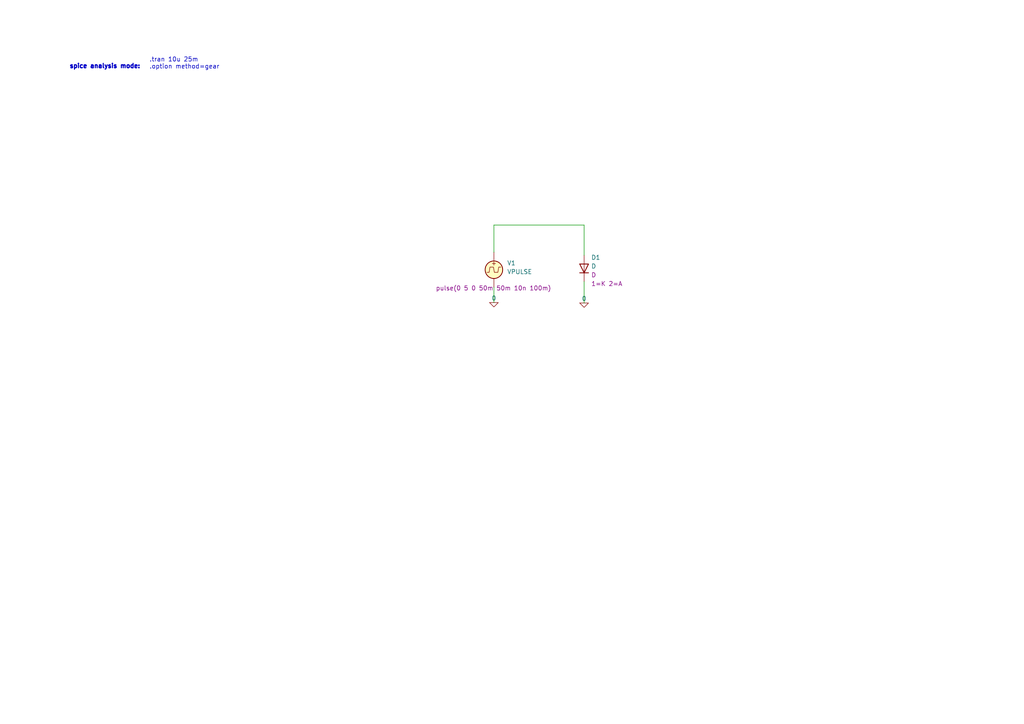
<source format=kicad_sch>
(kicad_sch (version 20230121) (generator eeschema)
  (paper "A4")
  (lib_symbols
    (symbol "Simulation_SPICE:0" (power) (pin_names (offset 0))
      (property "Value" "0" (at 0 -1.778 0))
      (symbol "0_0_1"
        (polyline (pts (xy -1.27 0) (xy 0 -1.27) (xy 1.27 0) (xy -1.27 0)))
      )
      (symbol "0_1_1"
        (pin power_in line (at 0 0 0) (length 0) hide (name "0") (number "1"))
      )
    )
    (symbol "Simulation_SPICE:D" (pin_numbers hide) (pin_names (offset 1.016) hide)
      (property "Reference" "D" (at 0 2.54 0))
      (property "Value" "D" (at 0 -2.54 0))
      (property "Sim.Device" "D" (at 0 0 0))
      (property "Sim.Pins" "1=K 2=A" (at 0 0 0))
      (symbol "D_0_1"
        (polyline (pts (xy -1.27 1.27) (xy -1.27 -1.27)) (stroke (width 0.254)))
        (polyline (pts (xy 1.27 0) (xy -1.27 0)))
        (polyline (pts (xy 1.27 1.27) (xy 1.27 -1.27) (xy -1.27 0) (xy 1.27 1.27)) (stroke (width 0.254)))
      )
      (symbol "D_1_1"
        (pin passive line (at -3.81 0 0) (length 2.54) (name "K") (number "1"))
        (pin passive line (at 3.81 0 180) (length 2.54) (name "A") (number "2"))
      )
    )
    (symbol "Simulation_SPICE:VPULSE" (pin_numbers hide) (pin_names (offset 0.0254))
      (property "Reference" "V" (at 2.54 2.54 0))
      (property "Value" "VPULSE" (at 2.54 0 0))
      (property "Sim.Params" "y1=0 y2=1 td=2n tr=2n tf=2n tw=50n per=100n" (at 2.54 -2.54 0))
      (symbol "VPULSE_0_0"
        (polyline (pts (xy -2.032 -0.762) (xy -1.397 -0.762) (xy -1.143 0.762) (xy -0.127 0.762) (xy 0.127 -0.762) (xy 1.143 -0.762) (xy 1.397 0.762) (xy 2.032 0.762)))
        (text "+" (at 0 1.905 0) (effects (font (size 1.27 1.27))))
      )
      (symbol "VPULSE_0_1"
        (circle (center 0 0) (radius 2.54) (stroke (width 0.254)) (fill (type background)))
      )
      (symbol "VPULSE_1_1"
        (pin passive line (at 0 5.08 270) (length 2.54) (name "~") (number "1"))
        (pin passive line (at 0 -5.08 90) (length 2.54) (name "~") (number "2"))
      )
    )
  )
  (wire (pts (xy 143.256 65.278) (xy 169.418 65.278)))
  (wire (pts (xy 143.256 65.278) (xy 143.256 73.152)))
  (wire (pts (xy 169.418 81.661) (xy 169.418 87.884)))
  (wire (pts (xy 143.256 83.312) (xy 143.256 87.757)))
  (wire (pts (xy 169.418 65.278) (xy 169.418 74.041)))
  (text ".tran 10u 25m \n.option method=gear" (at 43.307 20.193 0) (effects (font (size 1.27 1.27)) (justify left bottom)))
  (text "spice analysis mode: " (at 20.066 20.066 0) (effects (font (size 1.27 1.27) (thickness 0.762) bold) (justify left bottom)))
  (symbol (lib_id "Simulation_SPICE:VPULSE") (at 143.256 78.232 0) (unit 1)
    (property "Reference" "V1" (at 147.066 76.2912 0) (effects (justify left)))
    (property "Value" "VPULSE" (at 147.066 78.8312 0) (effects (justify left)))
    (property "Sim.Pins" "1=+ 2=-" (effects hide))
    (property "Sim.Type" "PULSE" (effects hide))
    (property "Sim.Device" "V" (effects hide))
    (property "Sim.Params" "pulse(0 5 0 50m 50m 10n 100m)" (at 126.365 83.566 0) (effects (justify left)))
  )
  (symbol (lib_id "Simulation_SPICE:D") (at 169.418 77.851 90) (unit 1)
    (property "Reference" "D1" (at 171.45 74.676 90) (effects (justify right)))
    (property "Value" "D" (at 171.45 77.216 90) (effects (justify right)))
    (property "Sim.Device" "D" (at 171.45 79.756 90) (effects (justify right)))
    (property "Sim.Pins" "1=K 2=A" (at 171.45 82.296 90) (effects (justify right)))
    (property "Sim.Params" "rs=3.3 n=3.1" (effects hide))
  )
  (symbol (lib_id "Simulation_SPICE:0") (at 169.418 87.884 0) (unit 1)
    (property "Reference" "#GND04" (effects hide))
    (property "Value" "0" (at 169.418 86.614 0))
  )
  (symbol (lib_id "Simulation_SPICE:0") (at 143.256 87.757 0) (unit 1)
    (property "Reference" "#GND02" (effects hide))
    (property "Value" "0" (at 143.256 86.487 0))
  )
)
</source>
